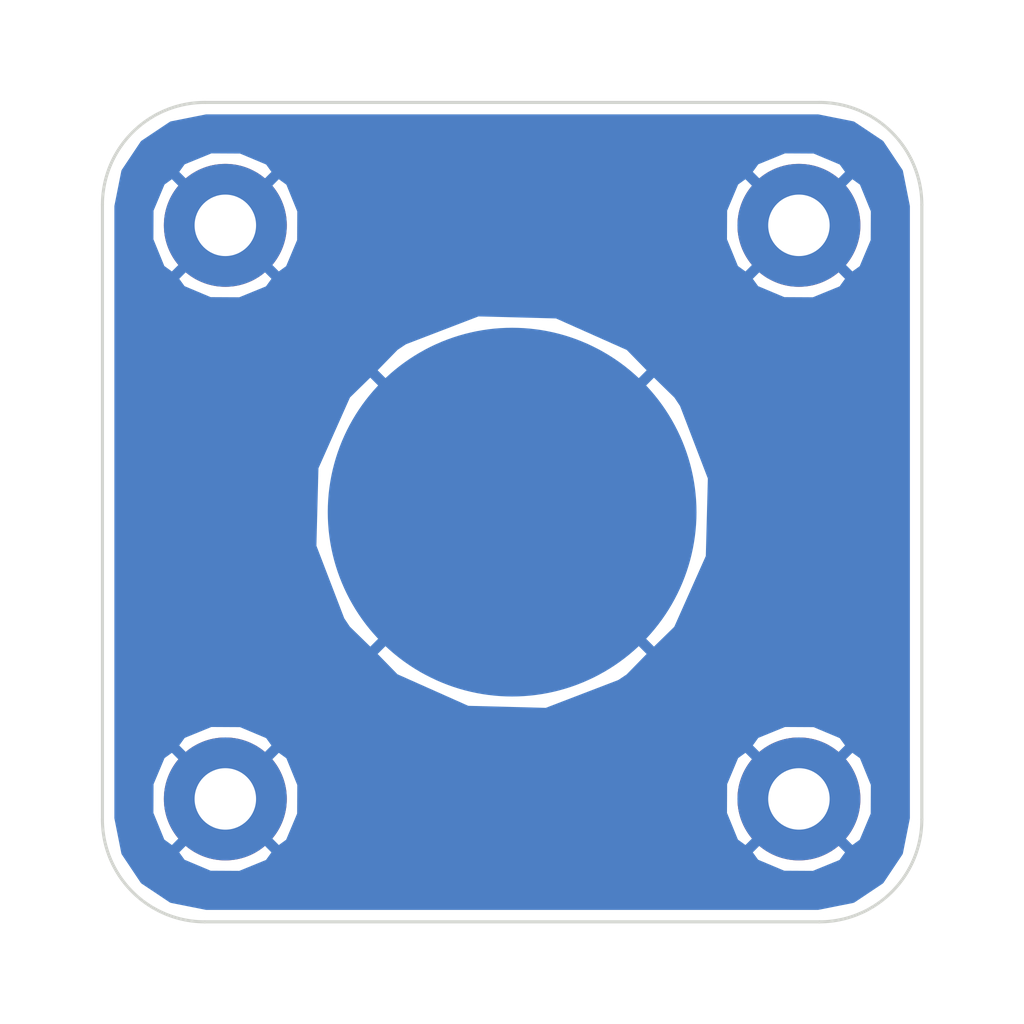
<source format=kicad_pcb>
(kicad_pcb (version 4) (host pcbnew 4.0.4-stable)

  (general
    (links 4)
    (no_connects 0)
    (area 79.924999 79.924999 120.075001 120.075001)
    (thickness 1.6)
    (drawings 8)
    (tracks 0)
    (zones 0)
    (modules 5)
    (nets 2)
  )

  (page A4)
  (layers
    (0 F.Cu signal)
    (31 B.Cu signal)
    (32 B.Adhes user)
    (33 F.Adhes user)
    (34 B.Paste user)
    (35 F.Paste user)
    (36 B.SilkS user)
    (37 F.SilkS user)
    (38 B.Mask user)
    (39 F.Mask user)
    (40 Dwgs.User user)
    (41 Cmts.User user)
    (42 Eco1.User user)
    (43 Eco2.User user)
    (44 Edge.Cuts user)
    (45 Margin user)
    (46 B.CrtYd user)
    (47 F.CrtYd user)
    (48 B.Fab user)
    (49 F.Fab user)
  )

  (setup
    (last_trace_width 0.25)
    (user_trace_width 0.5)
    (user_trace_width 0.8)
    (user_trace_width 1)
    (user_trace_width 1.2)
    (user_trace_width 1.5)
    (trace_clearance 0.2)
    (zone_clearance 0.508)
    (zone_45_only no)
    (trace_min 0.2)
    (segment_width 0.2)
    (edge_width 0.15)
    (via_size 0.6)
    (via_drill 0.4)
    (via_min_size 0.4)
    (via_min_drill 0.3)
    (user_via 2 0.8)
    (uvia_size 0.3)
    (uvia_drill 0.1)
    (uvias_allowed no)
    (uvia_min_size 0.2)
    (uvia_min_drill 0.1)
    (pcb_text_width 0.3)
    (pcb_text_size 1.5 1.5)
    (mod_edge_width 0.15)
    (mod_text_size 1 1)
    (mod_text_width 0.15)
    (pad_size 6 6)
    (pad_drill 3)
    (pad_to_mask_clearance 0.2)
    (aux_axis_origin 0 0)
    (visible_elements 7FFEFFFF)
    (pcbplotparams
      (layerselection 0x00030_80000001)
      (usegerberextensions false)
      (excludeedgelayer true)
      (linewidth 0.100000)
      (plotframeref false)
      (viasonmask false)
      (mode 1)
      (useauxorigin false)
      (hpglpennumber 1)
      (hpglpenspeed 20)
      (hpglpendiameter 15)
      (hpglpenoverlay 2)
      (psnegative false)
      (psa4output false)
      (plotreference true)
      (plotvalue true)
      (plotinvisibletext false)
      (padsonsilk false)
      (subtractmaskfromsilk false)
      (outputformat 1)
      (mirror false)
      (drillshape 1)
      (scaleselection 1)
      (outputdirectory ""))
  )

  (net 0 "")
  (net 1 "Net-(M1-Pad1)")

  (net_class Default "Toto je výchozí třída sítě."
    (clearance 0.2)
    (trace_width 0.25)
    (via_dia 0.6)
    (via_drill 0.4)
    (uvia_dia 0.3)
    (uvia_drill 0.1)
    (add_net "Net-(M1-Pad1)")
  )

  (module Wire_Pads:SolderWirePad_single_1-5mmDrill (layer F.Cu) (tedit 5848C065) (tstamp 5848B6ED)
    (at 100 100)
    (fp_text reference REF** (at 0 -3.81) (layer F.SilkS) hide
      (effects (font (size 1 1) (thickness 0.15)))
    )
    (fp_text value SolderWirePad_single_1-5mmDrill (at -0.635 3.81) (layer F.Fab)
      (effects (font (size 1 1) (thickness 0.15)))
    )
    (pad 1 smd circle (at 0 0) (size 18 18) (layers B.Cu B.Paste B.Mask)
      (net 1 "Net-(M1-Pad1)"))
  )

  (module Wire_Pads:SolderWirePad_single_0-8mmDrill (layer F.Cu) (tedit 5848BEF5) (tstamp 58488D5D)
    (at 114 86)
    (path /5848CE07)
    (fp_text reference M1 (at -2 -4) (layer F.SilkS) hide
      (effects (font (size 1 1) (thickness 0.15)))
    )
    (fp_text value M3 (at 0 2.54) (layer F.Fab)
      (effects (font (size 1 1) (thickness 0.15)))
    )
    (pad 1 thru_hole circle (at 0 0) (size 6 6) (drill 3) (layers *.Cu *.Mask)
      (net 1 "Net-(M1-Pad1)"))
  )

  (module Wire_Pads:SolderWirePad_single_0-8mmDrill (layer F.Cu) (tedit 5848C0AF) (tstamp 58488D62)
    (at 86 86)
    (path /5848CFD5)
    (fp_text reference M2 (at 3 -4) (layer F.SilkS) hide
      (effects (font (size 1 1) (thickness 0.15)))
    )
    (fp_text value M3 (at 0 2.54) (layer F.Fab)
      (effects (font (size 1 1) (thickness 0.15)))
    )
    (pad 1 thru_hole circle (at 0 0) (size 6 6) (drill 3) (layers *.Cu *.Mask)
      (net 1 "Net-(M1-Pad1)"))
  )

  (module Wire_Pads:SolderWirePad_single_0-8mmDrill (layer F.Cu) (tedit 5848BEF0) (tstamp 58488D67)
    (at 86 114)
    (path /5848D02C)
    (fp_text reference M3 (at 2 4) (layer F.SilkS) hide
      (effects (font (size 1 1) (thickness 0.15)))
    )
    (fp_text value M3 (at 0 2.54) (layer F.Fab)
      (effects (font (size 1 1) (thickness 0.15)))
    )
    (pad 1 thru_hole circle (at 0 0) (size 6 6) (drill 3) (layers *.Cu *.Mask)
      (net 1 "Net-(M1-Pad1)"))
  )

  (module Wire_Pads:SolderWirePad_single_0-8mmDrill (layer F.Cu) (tedit 5848BEEC) (tstamp 58488D6C)
    (at 114 114)
    (path /5848D08A)
    (fp_text reference M4 (at -2 4) (layer F.SilkS) hide
      (effects (font (size 1 1) (thickness 0.15)))
    )
    (fp_text value M3 (at 0 2.54) (layer F.Fab)
      (effects (font (size 1 1) (thickness 0.15)))
    )
    (pad 1 thru_hole circle (at 0 0) (size 6 6) (drill 3) (layers *.Cu *.Mask)
      (net 1 "Net-(M1-Pad1)"))
  )

  (gr_line (start 115 120) (end 85 120) (layer Edge.Cuts) (width 0.15))
  (gr_line (start 80 85) (end 80 115) (layer Edge.Cuts) (width 0.15))
  (gr_line (start 115 80) (end 85 80) (layer Edge.Cuts) (width 0.15))
  (gr_line (start 120 115) (end 120 85) (layer Edge.Cuts) (width 0.15))
  (gr_arc (start 115 115) (end 120 115) (angle 90) (layer Edge.Cuts) (width 0.15))
  (gr_arc (start 85 115) (end 85 120) (angle 90) (layer Edge.Cuts) (width 0.15))
  (gr_arc (start 85 85) (end 80 85) (angle 90) (layer Edge.Cuts) (width 0.15))
  (gr_arc (start 115 85) (end 115 80) (angle 90) (layer Edge.Cuts) (width 0.15))

  (zone (net 1) (net_name "Net-(M1-Pad1)") (layer B.Cu) (tstamp 5848C08E) (hatch edge 0.508)
    (connect_pads (clearance 0.508))
    (min_thickness 0.254)
    (fill yes (arc_segments 16) (thermal_gap 0.508) (thermal_bridge_width 0.508))
    (polygon
      (pts
        (xy 125 125) (xy 75 125) (xy 75 75) (xy 125 75)
      )
    )
    (filled_polygon
      (pts
        (xy 116.63639 81.049408) (xy 118.023654 81.976349) (xy 118.950592 83.36361) (xy 119.29 85.069931) (xy 119.29 114.930069)
        (xy 118.950592 116.63639) (xy 118.023654 118.023651) (xy 116.63639 118.950592) (xy 114.930069 119.29) (xy 85.069931 119.29)
        (xy 83.36361 118.950592) (xy 81.976349 118.023654) (xy 81.049408 116.63639) (xy 81.0415 116.59663) (xy 83.582975 116.59663)
        (xy 83.925566 117.071277) (xy 85.2588 117.631342) (xy 86.704875 117.638568) (xy 88.043639 117.091854) (xy 88.074434 117.071277)
        (xy 88.417025 116.59663) (xy 111.582975 116.59663) (xy 111.925566 117.071277) (xy 113.2588 117.631342) (xy 114.704875 117.638568)
        (xy 116.043639 117.091854) (xy 116.074434 117.071277) (xy 116.417025 116.59663) (xy 114 114.179605) (xy 111.582975 116.59663)
        (xy 88.417025 116.59663) (xy 86 114.179605) (xy 83.582975 116.59663) (xy 81.0415 116.59663) (xy 80.71 114.930069)
        (xy 80.71 114.704875) (xy 82.361432 114.704875) (xy 82.908146 116.043639) (xy 82.928723 116.074434) (xy 83.40337 116.417025)
        (xy 85.820395 114) (xy 86.179605 114) (xy 88.59663 116.417025) (xy 89.071277 116.074434) (xy 89.631342 114.7412)
        (xy 89.631523 114.704875) (xy 110.361432 114.704875) (xy 110.908146 116.043639) (xy 110.928723 116.074434) (xy 111.40337 116.417025)
        (xy 113.820395 114) (xy 114.179605 114) (xy 116.59663 116.417025) (xy 117.071277 116.074434) (xy 117.631342 114.7412)
        (xy 117.638568 113.295125) (xy 117.091854 111.956361) (xy 117.071277 111.925566) (xy 116.59663 111.582975) (xy 114.179605 114)
        (xy 113.820395 114) (xy 111.40337 111.582975) (xy 110.928723 111.925566) (xy 110.368658 113.2588) (xy 110.361432 114.704875)
        (xy 89.631523 114.704875) (xy 89.638568 113.295125) (xy 89.091854 111.956361) (xy 89.071277 111.925566) (xy 88.59663 111.582975)
        (xy 86.179605 114) (xy 85.820395 114) (xy 83.40337 111.582975) (xy 82.928723 111.925566) (xy 82.368658 113.2588)
        (xy 82.361432 114.704875) (xy 80.71 114.704875) (xy 80.71 111.40337) (xy 83.582975 111.40337) (xy 86 113.820395)
        (xy 88.417025 111.40337) (xy 111.582975 111.40337) (xy 114 113.820395) (xy 116.417025 111.40337) (xy 116.074434 110.928723)
        (xy 114.7412 110.368658) (xy 113.295125 110.361432) (xy 111.956361 110.908146) (xy 111.925566 110.928723) (xy 111.582975 111.40337)
        (xy 88.417025 111.40337) (xy 88.074434 110.928723) (xy 86.7412 110.368658) (xy 85.295125 110.361432) (xy 83.956361 110.908146)
        (xy 83.925566 110.928723) (xy 83.582975 111.40337) (xy 80.71 111.40337) (xy 80.71 106.923408) (xy 93.256197 106.923408)
        (xy 94.328966 108.021574) (xy 97.830372 109.58118) (xy 101.662083 109.682137) (xy 105.240759 108.309076) (xy 105.671034 108.021574)
        (xy 106.743803 106.923408) (xy 100 100.179605) (xy 93.256197 106.923408) (xy 80.71 106.923408) (xy 80.71 101.662083)
        (xy 90.317863 101.662083) (xy 91.690924 105.240759) (xy 91.978426 105.671034) (xy 93.076592 106.743803) (xy 99.820395 100)
        (xy 100.179605 100) (xy 106.923408 106.743803) (xy 108.021574 105.671034) (xy 109.58118 102.169628) (xy 109.682137 98.337917)
        (xy 108.309076 94.759241) (xy 108.021574 94.328966) (xy 106.923408 93.256197) (xy 100.179605 100) (xy 99.820395 100)
        (xy 93.076592 93.256197) (xy 91.978426 94.328966) (xy 90.41882 97.830372) (xy 90.317863 101.662083) (xy 80.71 101.662083)
        (xy 80.71 93.076592) (xy 93.256197 93.076592) (xy 100 99.820395) (xy 106.743803 93.076592) (xy 105.671034 91.978426)
        (xy 102.169628 90.41882) (xy 98.337917 90.317863) (xy 94.759241 91.690924) (xy 94.328966 91.978426) (xy 93.256197 93.076592)
        (xy 80.71 93.076592) (xy 80.71 88.59663) (xy 83.582975 88.59663) (xy 83.925566 89.071277) (xy 85.2588 89.631342)
        (xy 86.704875 89.638568) (xy 88.043639 89.091854) (xy 88.074434 89.071277) (xy 88.417025 88.59663) (xy 111.582975 88.59663)
        (xy 111.925566 89.071277) (xy 113.2588 89.631342) (xy 114.704875 89.638568) (xy 116.043639 89.091854) (xy 116.074434 89.071277)
        (xy 116.417025 88.59663) (xy 114 86.179605) (xy 111.582975 88.59663) (xy 88.417025 88.59663) (xy 86 86.179605)
        (xy 83.582975 88.59663) (xy 80.71 88.59663) (xy 80.71 86.704875) (xy 82.361432 86.704875) (xy 82.908146 88.043639)
        (xy 82.928723 88.074434) (xy 83.40337 88.417025) (xy 85.820395 86) (xy 86.179605 86) (xy 88.59663 88.417025)
        (xy 89.071277 88.074434) (xy 89.631342 86.7412) (xy 89.631523 86.704875) (xy 110.361432 86.704875) (xy 110.908146 88.043639)
        (xy 110.928723 88.074434) (xy 111.40337 88.417025) (xy 113.820395 86) (xy 114.179605 86) (xy 116.59663 88.417025)
        (xy 117.071277 88.074434) (xy 117.631342 86.7412) (xy 117.638568 85.295125) (xy 117.091854 83.956361) (xy 117.071277 83.925566)
        (xy 116.59663 83.582975) (xy 114.179605 86) (xy 113.820395 86) (xy 111.40337 83.582975) (xy 110.928723 83.925566)
        (xy 110.368658 85.2588) (xy 110.361432 86.704875) (xy 89.631523 86.704875) (xy 89.638568 85.295125) (xy 89.091854 83.956361)
        (xy 89.071277 83.925566) (xy 88.59663 83.582975) (xy 86.179605 86) (xy 85.820395 86) (xy 83.40337 83.582975)
        (xy 82.928723 83.925566) (xy 82.368658 85.2588) (xy 82.361432 86.704875) (xy 80.71 86.704875) (xy 80.71 85.069931)
        (xy 81.041499 83.40337) (xy 83.582975 83.40337) (xy 86 85.820395) (xy 88.417025 83.40337) (xy 111.582975 83.40337)
        (xy 114 85.820395) (xy 116.417025 83.40337) (xy 116.074434 82.928723) (xy 114.7412 82.368658) (xy 113.295125 82.361432)
        (xy 111.956361 82.908146) (xy 111.925566 82.928723) (xy 111.582975 83.40337) (xy 88.417025 83.40337) (xy 88.074434 82.928723)
        (xy 86.7412 82.368658) (xy 85.295125 82.361432) (xy 83.956361 82.908146) (xy 83.925566 82.928723) (xy 83.582975 83.40337)
        (xy 81.041499 83.40337) (xy 81.049408 83.36361) (xy 81.976349 81.976346) (xy 83.36361 81.049408) (xy 85.069931 80.71)
        (xy 114.930069 80.71)
      )
    )
  )
)

</source>
